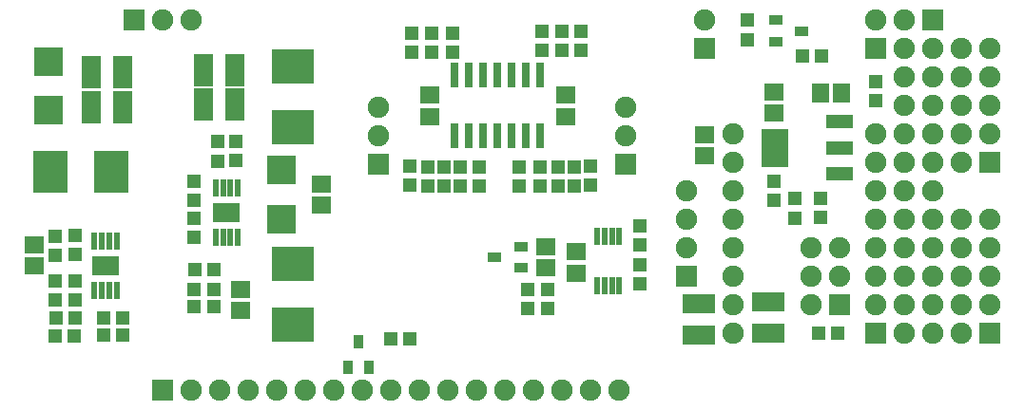
<source format=gbr>
G04 DipTrace 2.4.0.2*
%INTopMask.gbr*%
%MOIN*%
%ADD44R,0.0316X0.0867*%
%ADD46R,0.0926X0.136*%
%ADD48R,0.0926X0.0454*%
%ADD50R,0.0946X0.0671*%
%ADD52R,0.0237X0.0631*%
%ADD54R,0.0336X0.0493*%
%ADD56R,0.0493X0.0336*%
%ADD58R,0.1458X0.1241*%
%ADD60R,0.1241X0.1458*%
%ADD62C,0.0749*%
%ADD64R,0.0749X0.0749*%
%ADD66R,0.1025X0.1025*%
%ADD68R,0.1143X0.071*%
%ADD70R,0.0592X0.0671*%
%ADD72R,0.0513X0.0474*%
%ADD74R,0.071X0.1143*%
%ADD76R,0.0474X0.0513*%
%ADD78R,0.0671X0.0592*%
%FSLAX44Y44*%
G04*
G70*
G90*
G75*
G01*
%LNTopMask*%
%LPD*%
D78*
X5441Y10066D3*
Y9318D3*
D76*
X6878Y10378D3*
Y9709D3*
D74*
X7441Y14879D3*
X8543D3*
X7441Y16128D3*
X8543D3*
D72*
X8566Y6878D3*
X7897D3*
D76*
X6191Y8110D3*
Y8779D3*
X6878Y8128D3*
Y8797D3*
D78*
X12691Y8503D3*
Y7755D3*
D76*
X11879Y13003D3*
Y13673D3*
D78*
X15504Y11441D3*
Y12189D3*
D74*
X11379Y15004D3*
X12481D3*
X11379Y16191D3*
X12481D3*
D76*
X11066Y10316D3*
Y10985D3*
D72*
Y7878D3*
X11736D3*
X11754Y9191D3*
X11085D3*
D70*
X33752Y15377D3*
X33003D3*
D78*
X31377Y14690D3*
Y15438D3*
D76*
X32127Y11672D3*
Y11002D3*
X19255Y12129D3*
Y12798D3*
D78*
X24443Y9065D3*
Y9814D3*
X23380Y9253D3*
Y10001D3*
D76*
X24380Y12129D3*
Y12798D3*
X19380Y16816D3*
Y17486D3*
X23943Y16897D3*
Y17566D3*
D78*
X19317Y14566D3*
Y15314D3*
X24067Y14566D3*
Y15314D3*
X28940Y13190D3*
Y13938D3*
D68*
X28753Y6878D3*
Y7980D3*
X31190Y6940D3*
Y8042D3*
D66*
X5941Y16504D3*
Y14772D3*
X14129Y10941D3*
Y12673D3*
D64*
X36940Y17940D3*
D62*
X35940D3*
X36940Y16940D3*
X35940D3*
X36940Y15940D3*
X35940D3*
X36940Y14940D3*
X35940D3*
X36940Y13940D3*
X35940D3*
X36940Y12940D3*
X35940D3*
X36940Y11940D3*
X35940D3*
X36940Y10940D3*
X35940D3*
X36940Y9940D3*
X35940D3*
X36940Y8940D3*
X35940D3*
X36940Y7940D3*
X35940D3*
X36940Y6940D3*
X35940D3*
D64*
X33690Y7940D3*
D62*
X32690D3*
X33690Y8940D3*
X32690D3*
X33690Y9940D3*
X32690D3*
D64*
X38940Y6940D3*
D62*
X37940D3*
X38940Y7940D3*
X37940D3*
X38940Y8940D3*
X37940D3*
X38940Y9940D3*
X37940D3*
X38940Y10940D3*
X37940D3*
D64*
X38940Y12940D3*
D62*
X37940D3*
X38940Y13940D3*
X37940D3*
X38940Y14940D3*
X37940D3*
X38940Y15940D3*
X37940D3*
X38940Y16940D3*
X37940D3*
D64*
X8940Y17940D3*
D62*
X9940D3*
X10940D3*
D64*
X17504Y12878D3*
D62*
Y13878D3*
Y14878D3*
D64*
X26192Y12879D3*
D62*
Y13879D3*
Y14879D3*
D64*
X34940Y16940D3*
D62*
Y17940D3*
D64*
X28940Y16940D3*
D62*
Y17940D3*
D64*
X28318Y8941D3*
D62*
Y9941D3*
Y10941D3*
Y11941D3*
D60*
X6003Y12628D3*
X8149D3*
D58*
X14504Y7253D3*
Y9399D3*
Y14191D3*
Y16336D3*
D56*
X31440Y17940D3*
Y17192D3*
X32346Y17566D3*
D54*
X16440Y5753D3*
X17188D3*
X16814Y6658D3*
D72*
X8566Y7503D3*
X7897D3*
X6191Y6860D3*
X6860D3*
X6878Y7485D3*
X6209D3*
D76*
X6191Y9690D3*
Y10360D3*
X12504Y13691D3*
Y13022D3*
X11066Y11628D3*
Y12298D3*
D72*
Y8503D3*
X11736D3*
D76*
X31377Y11628D3*
Y12297D3*
X33002Y11021D3*
Y11690D3*
X30440Y17940D3*
Y17271D3*
D72*
X32378Y16690D3*
X33047D3*
D76*
X34940Y15127D3*
Y15797D3*
X22755Y8503D3*
Y7834D3*
X23443Y8503D3*
Y7834D3*
X26693Y10066D3*
Y10735D3*
Y8690D3*
Y9360D3*
X20380Y12129D3*
Y12798D3*
X19817Y12129D3*
Y12798D3*
X18630Y12816D3*
Y12147D3*
X23192Y12129D3*
Y12798D3*
X23817Y12129D3*
Y12798D3*
X24942Y12816D3*
Y12147D3*
X20130Y17504D3*
Y16835D3*
X18692Y16816D3*
Y17486D3*
X23255Y17548D3*
Y16879D3*
X24630D3*
Y17548D3*
D72*
X18628Y6752D3*
X17958D3*
X32940Y6940D3*
X33609D3*
D76*
X21065Y12127D3*
Y12797D3*
X22440Y12127D3*
Y12797D3*
D52*
X7566Y8440D3*
X7822D3*
X8078D3*
X8334D3*
Y10173D3*
X8078D3*
X7822D3*
X7566D3*
D50*
X7950Y9307D3*
D52*
X11816Y10316D3*
X12072D3*
X12328D3*
X12584D3*
Y12048D3*
X12328D3*
X12072D3*
X11816D3*
D50*
X12200Y11182D3*
D48*
X33690Y12565D3*
Y13471D3*
Y14376D3*
D46*
X31407Y13471D3*
D52*
X25193Y8628D3*
X25449D3*
X25705D3*
X25960D3*
Y10360D3*
X25705D3*
X25449D3*
X25193D3*
D56*
X22505Y9253D3*
Y10001D3*
X21599Y9627D3*
D44*
X20192Y13879D3*
X20692D3*
X21192D3*
X21692D3*
X22192D3*
X22692D3*
X23192D3*
Y16005D3*
X22692D3*
X22192D3*
X21692D3*
X21192D3*
X20692D3*
X20192D3*
D64*
X9940Y4940D3*
D62*
X10940D3*
X11940D3*
X12940D3*
X13940D3*
X14940D3*
X15940D3*
X16940D3*
X17940D3*
X18940D3*
X19940D3*
X20940D3*
X21940D3*
X22940D3*
X23940D3*
X24940D3*
X25940D3*
D64*
X34940Y6940D3*
D62*
Y7940D3*
Y8940D3*
Y9940D3*
Y10940D3*
Y11940D3*
Y12940D3*
Y13940D3*
X29940Y6940D3*
Y7940D3*
Y8940D3*
Y9940D3*
Y10940D3*
Y11940D3*
Y12940D3*
Y13940D3*
M02*

</source>
